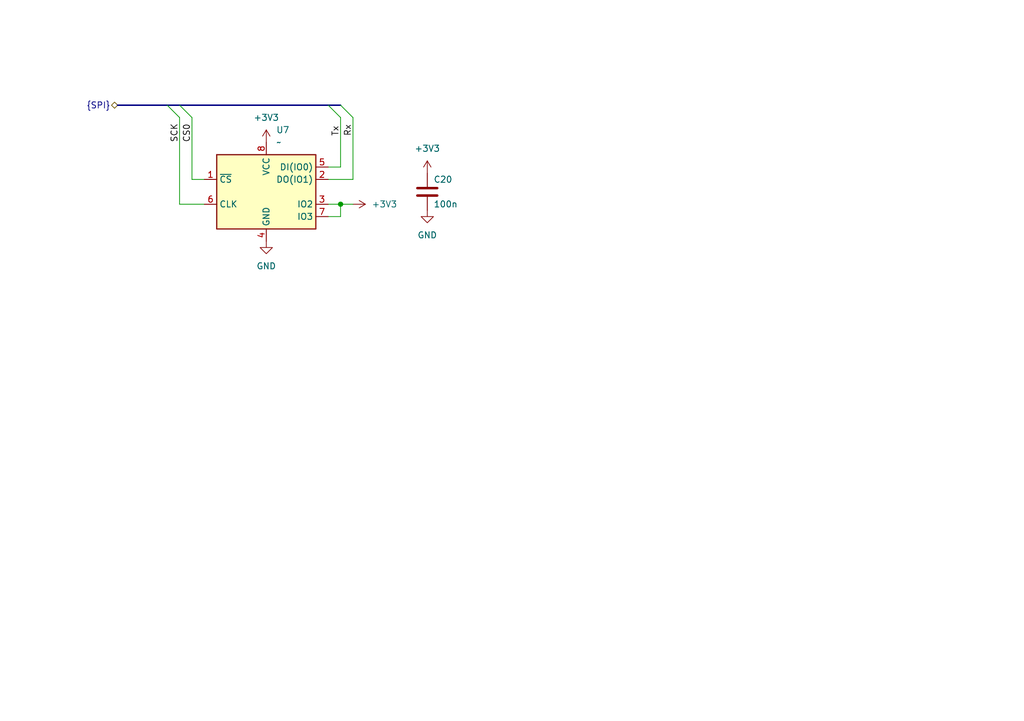
<source format=kicad_sch>
(kicad_sch (version 20211123) (generator eeschema)
  (paper "A5")
  (title_block (title "Phoenix Flash") (comment 1 "2022/10/19 WH"))
  (lib_symbols
    (symbol "Device:C" (pin_numbers hide) (pin_names (offset 0.254))
      (property "Reference" "C" (at 0.635 2.54 0))
      (property "Value" "C" (at 0.635 -2.54 0))
      (symbol "C_0_1"
        (polyline (pts (xy -2.032 -0.762) (xy 2.032 -0.762)) (stroke (width 0.508)))
        (polyline (pts (xy -2.032 0.762) (xy 2.032 0.762)) (stroke (width 0.508)))
      )
      (symbol "C_1_1"
        (pin passive line (at 0 3.81 270) (length 2.794) (name "~") (number "1"))
        (pin passive line (at 0 -3.81 90) (length 2.794) (name "~") (number "2"))
      )
    )
    (symbol "Memory_Flash:W25Q32JVSS"
      (property "Reference" "U" (at -8.89 8.89 0))
      (property "Value" "W25Q32JVSS" (at 7.62 8.89 0))
      (symbol "W25Q32JVSS_0_1"
        (rectangle (start -10.16 7.62) (end 10.16 -7.62) (stroke (width 0.254)) (fill (type background)))
      )
      (symbol "W25Q32JVSS_1_1"
        (pin input line (at -12.7 2.54 0) (length 2.54) (name "~{CS}") (number "1"))
        (pin bidirectional line (at 12.7 2.54 180) (length 2.54) (name "DO(IO1)") (number "2"))
        (pin bidirectional line (at 12.7 -2.54 180) (length 2.54) (name "IO2") (number "3"))
        (pin power_in line (at 0 -10.16 90) (length 2.54) (name "GND") (number "4"))
        (pin bidirectional line (at 12.7 5.08 180) (length 2.54) (name "DI(IO0)") (number "5"))
        (pin input line (at -12.7 -2.54 0) (length 2.54) (name "CLK") (number "6"))
        (pin bidirectional line (at 12.7 -5.08 180) (length 2.54) (name "IO3") (number "7"))
        (pin power_in line (at 0 10.16 270) (length 2.54) (name "VCC") (number "8"))
      )
    )
    (symbol "power:+3.3V" (power) (pin_names (offset 0))
      (property "Value" "+3.3V" (at 0 3.556 0))
      (symbol "+3.3V_0_1"
        (polyline (pts (xy -0.762 1.27) (xy 0 2.54)))
        (polyline (pts (xy 0 0) (xy 0 2.54)))
        (polyline (pts (xy 0 2.54) (xy 0.762 1.27)))
      )
      (symbol "+3.3V_1_1"
        (pin power_in line (at 0 0 90) (length 0) hide (name "+3V3") (number "1"))
      )
    )
    (symbol "power:GND" (power) (pin_names (offset 0))
      (property "Value" "GND" (at 0 -3.81 0))
      (symbol "GND_0_1"
        (polyline (pts (xy 0 0) (xy 0 -1.27) (xy 1.27 -1.27) (xy 0 -2.54) (xy -1.27 -1.27) (xy 0 -1.27)))
      )
      (symbol "GND_1_1"
        (pin power_in line (at 0 0 270) (length 0) hide (name "GND") (number "1"))
      )
    )
  )
  (junction (at 69.85 41.91))
  (bus_entry (at 36.83 21.59) (size 2.54 2.54))
  (bus_entry (at 34.29 21.59) (size 2.54 2.54))
  (bus_entry (at 67.31 21.59) (size 2.54 2.54))
  (bus_entry (at 69.85 21.59) (size 2.54 2.54))
  (bus (pts (xy 36.83 21.59) (xy 67.31 21.59)))
  (wire (pts (xy 39.37 24.13) (xy 39.37 36.83)))
  (wire (pts (xy 39.37 36.83) (xy 41.91 36.83)))
  (wire (pts (xy 69.85 34.29) (xy 69.85 24.13)))
  (wire (pts (xy 69.85 41.91) (xy 67.31 41.91)))
  (wire (pts (xy 36.83 24.13) (xy 36.83 41.91)))
  (bus (pts (xy 34.29 21.59) (xy 36.83 21.59)))
  (wire (pts (xy 36.83 41.91) (xy 41.91 41.91)))
  (bus (pts (xy 67.31 21.59) (xy 69.85 21.59)))
  (wire (pts (xy 67.31 44.45) (xy 69.85 44.45)))
  (wire (pts (xy 69.85 44.45) (xy 69.85 41.91)))
  (wire (pts (xy 69.85 41.91) (xy 72.39 41.91)))
  (wire (pts (xy 72.39 24.13) (xy 72.39 36.83)))
  (wire (pts (xy 72.39 36.83) (xy 67.31 36.83)))
  (wire (pts (xy 67.31 34.29) (xy 69.85 34.29)))
  (bus (pts (xy 24.13 21.59) (xy 34.29 21.59)))
  (label "SCK" (at 36.83 29.21 90))
  (label "Rx" (at 72.39 27.94 90))
  (label "CS0" (at 39.37 29.21 90))
  (label "Tx" (at 69.85 27.94 90))
  (hierarchical_label "{SPI}" (shape bidirectional) (at 24.13 21.59 180))
  (symbol (lib_id "power:+3.3V") (at 72.39 41.91 270) (unit 1)
    (property "Reference" "#PWR040" (effects hide))
    (property "Value" "+3.3V" (at 76.2 41.9099 90) (effects (justify left)))
  )
  (symbol (lib_id "power:GND") (at 54.61 49.53 0) (unit 1)
    (property "Reference" "#PWR039" (effects hide))
    (property "Value" "GND" (at 54.61 54.61 0))
  )
  (symbol (lib_id "power:+3.3V") (at 87.63 35.56 0) (unit 1)
    (property "Reference" "#PWR041" (effects hide))
    (property "Value" "+3.3V" (at 87.63 30.48 0))
  )
  (symbol (lib_id "Device:C") (at 87.63 39.37 0) (unit 1)
    (property "Reference" "C20" (at 88.9 36.83 0) (effects (justify left)))
    (property "Value" "100n" (at 88.9 41.91 0) (effects (justify left)))
    (property "Footprint" "Capacitor_SMD:C_0603_1608Metric" (effects hide))
    (property "LCSC" "C14663" (effects hide))
    (property "JLC" "0603" (effects hide))
  )
  (symbol (lib_id "Memory_Flash:W25Q32JVSS") (at 54.61 39.37 0) (unit 1)
    (property "Reference" "U7" (at 56.6294 26.67 0) (effects (justify left)))
    (property "Value" "~" (at 56.6294 29.21 0) (effects (justify left)))
    (property "Footprint" "Package_SO:SOIC-8_5.23x5.23mm_P1.27mm" (effects hide))
    (property "Datasheet" "http://www.winbond.com/resource-files/w25q32jv%20revg%2003272018%20plus.pdf" (effects hide))
    (property "JLC" "SOP-8_5.2x5.3x1.27P" (effects hide))
    (property "LCSC" "C83140" (effects hide))
  )
  (symbol (lib_id "power:GND") (at 87.63 43.18 0) (unit 1)
    (property "Reference" "#PWR042" (effects hide))
    (property "Value" "GND" (at 87.63 48.26 0))
  )
  (symbol (lib_id "power:+3.3V") (at 54.61 29.21 0) (unit 1)
    (property "Reference" "#PWR038" (effects hide))
    (property "Value" "+3.3V" (at 54.61 24.13 0))
  )
)
</source>
